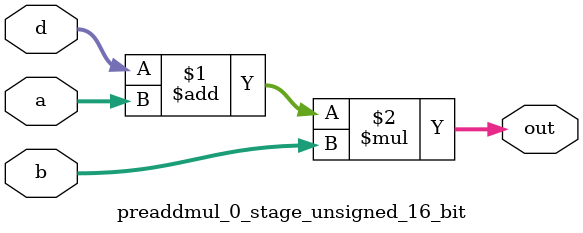
<source format=sv>
(* use_dsp = "yes" *) module preaddmul_0_stage_unsigned_16_bit(
	input  [15:0] a,
	input  [15:0] b,
	input  [15:0] d,
	output [15:0] out
	);

	assign out = (d + a) * b;
endmodule

</source>
